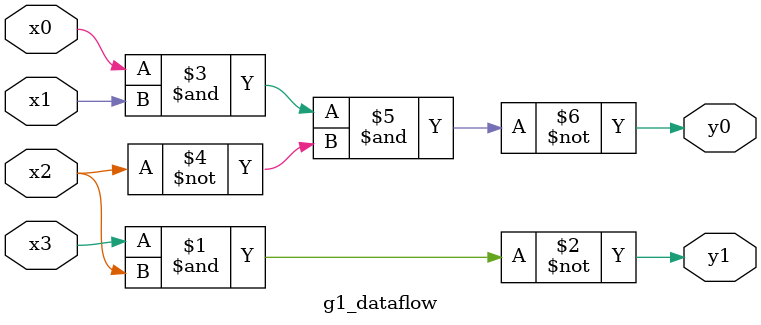
<source format=v>
`timescale 1ns / 1ps

module g1_dataflow(
    input x3,
    input x2,
    input x1,
    input x0,
    output y1,
    output y0
    );
	 
	 // not(x2_, x2);
	 // nand(y1, x3, x2);
	 // nand(y0, x0, x1, x2_);
	
	assign y1 = ~(x3 & x2);
	assign y0 = ~(x0 & x1 & ~x2);


endmodule

</source>
